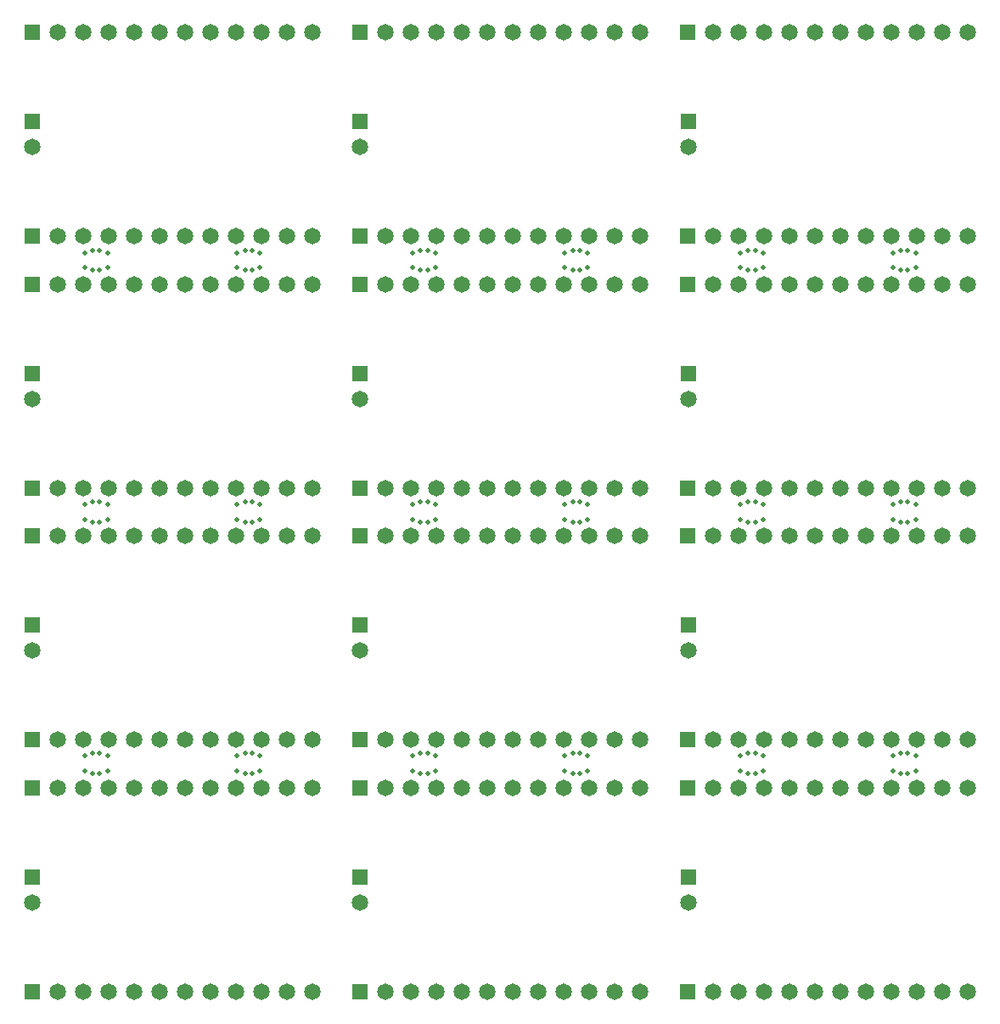
<source format=gbs>
G04 (created by PCBNEW (2013-04-03 BZR 4062)-testing) date Thu 04 Apr 2013 12:57:26 AM CEST*
%MOIN*%
G04 Gerber Fmt 3.4, Leading zero omitted, Abs format*
%FSLAX34Y34*%
G01*
G70*
G90*
G04 APERTURE LIST*
%ADD10C,0.006*%
%ADD11R,0.0649606X0.0649606*%
%ADD12C,0.0649606*%
%ADD13C,0.019685*%
G04 APERTURE END LIST*
G54D10*
G54D11*
X26456Y-27137D03*
G54D12*
X26456Y-28137D03*
G54D11*
X26444Y-23637D03*
G54D12*
X27444Y-23637D03*
X28444Y-23637D03*
X29444Y-23637D03*
X30444Y-23637D03*
X31444Y-23637D03*
X32444Y-23637D03*
X33444Y-23637D03*
X34444Y-23637D03*
X35444Y-23637D03*
X36444Y-23637D03*
X37444Y-23637D03*
G54D11*
X26444Y-31637D03*
G54D12*
X27444Y-31637D03*
X28444Y-31637D03*
X29444Y-31637D03*
X30444Y-31637D03*
X31444Y-31637D03*
X32444Y-31637D03*
X33444Y-31637D03*
X34444Y-31637D03*
X35444Y-31637D03*
X36444Y-31637D03*
X37444Y-31637D03*
G54D11*
X26444Y-41519D03*
G54D12*
X27444Y-41519D03*
X28444Y-41519D03*
X29444Y-41519D03*
X30444Y-41519D03*
X31444Y-41519D03*
X32444Y-41519D03*
X33444Y-41519D03*
X34444Y-41519D03*
X35444Y-41519D03*
X36444Y-41519D03*
X37444Y-41519D03*
G54D11*
X26444Y-33519D03*
G54D12*
X27444Y-33519D03*
X28444Y-33519D03*
X29444Y-33519D03*
X30444Y-33519D03*
X31444Y-33519D03*
X32444Y-33519D03*
X33444Y-33519D03*
X34444Y-33519D03*
X35444Y-33519D03*
X36444Y-33519D03*
X37444Y-33519D03*
G54D11*
X26456Y-37019D03*
G54D12*
X26456Y-38019D03*
G54D11*
X26456Y-46901D03*
G54D12*
X26456Y-47901D03*
G54D11*
X26444Y-43401D03*
G54D12*
X27444Y-43401D03*
X28444Y-43401D03*
X29444Y-43401D03*
X30444Y-43401D03*
X31444Y-43401D03*
X32444Y-43401D03*
X33444Y-43401D03*
X34444Y-43401D03*
X35444Y-43401D03*
X36444Y-43401D03*
X37444Y-43401D03*
G54D11*
X26444Y-51401D03*
G54D12*
X27444Y-51401D03*
X28444Y-51401D03*
X29444Y-51401D03*
X30444Y-51401D03*
X31444Y-51401D03*
X32444Y-51401D03*
X33444Y-51401D03*
X34444Y-51401D03*
X35444Y-51401D03*
X36444Y-51401D03*
X37444Y-51401D03*
G54D11*
X26444Y-61283D03*
G54D12*
X27444Y-61283D03*
X28444Y-61283D03*
X29444Y-61283D03*
X30444Y-61283D03*
X31444Y-61283D03*
X32444Y-61283D03*
X33444Y-61283D03*
X34444Y-61283D03*
X35444Y-61283D03*
X36444Y-61283D03*
X37444Y-61283D03*
G54D11*
X26444Y-53283D03*
G54D12*
X27444Y-53283D03*
X28444Y-53283D03*
X29444Y-53283D03*
X30444Y-53283D03*
X31444Y-53283D03*
X32444Y-53283D03*
X33444Y-53283D03*
X34444Y-53283D03*
X35444Y-53283D03*
X36444Y-53283D03*
X37444Y-53283D03*
G54D11*
X26456Y-56783D03*
G54D12*
X26456Y-57783D03*
G54D13*
X29094Y-51948D03*
X28503Y-52637D03*
X29409Y-52637D03*
X28503Y-52047D03*
X28818Y-51948D03*
X29409Y-52047D03*
X28818Y-52736D03*
X29094Y-52736D03*
X35078Y-51948D03*
X34488Y-52637D03*
X35393Y-52637D03*
X34488Y-52047D03*
X34803Y-51948D03*
X35393Y-52047D03*
X34803Y-52736D03*
X35078Y-52736D03*
X35078Y-32185D03*
X34488Y-32874D03*
X35393Y-32874D03*
X34488Y-32283D03*
X34803Y-32185D03*
X35393Y-32283D03*
X34803Y-32972D03*
X35078Y-32972D03*
X29094Y-32185D03*
X28503Y-32874D03*
X29409Y-32874D03*
X28503Y-32283D03*
X28818Y-32185D03*
X29409Y-32283D03*
X28818Y-32972D03*
X29094Y-32972D03*
X29094Y-42066D03*
X28503Y-42755D03*
X29409Y-42755D03*
X28503Y-42165D03*
X28818Y-42066D03*
X29409Y-42165D03*
X28818Y-42854D03*
X29094Y-42854D03*
X35078Y-42066D03*
X34488Y-42755D03*
X35393Y-42755D03*
X34488Y-42165D03*
X34803Y-42066D03*
X35393Y-42165D03*
X34803Y-42854D03*
X35078Y-42854D03*
X47952Y-42066D03*
X47362Y-42755D03*
X48267Y-42755D03*
X47362Y-42165D03*
X47677Y-42066D03*
X48267Y-42165D03*
X47677Y-42854D03*
X47952Y-42854D03*
X41968Y-42066D03*
X41377Y-42755D03*
X42283Y-42755D03*
X41377Y-42165D03*
X41692Y-42066D03*
X42283Y-42165D03*
X41692Y-42854D03*
X41968Y-42854D03*
X41968Y-32185D03*
X41377Y-32874D03*
X42283Y-32874D03*
X41377Y-32283D03*
X41692Y-32185D03*
X42283Y-32283D03*
X41692Y-32972D03*
X41968Y-32972D03*
X47952Y-32185D03*
X47362Y-32874D03*
X48267Y-32874D03*
X47362Y-32283D03*
X47677Y-32185D03*
X48267Y-32283D03*
X47677Y-32972D03*
X47952Y-32972D03*
X47952Y-51948D03*
X47362Y-52637D03*
X48267Y-52637D03*
X47362Y-52047D03*
X47677Y-51948D03*
X48267Y-52047D03*
X47677Y-52736D03*
X47952Y-52736D03*
X41968Y-51948D03*
X41377Y-52637D03*
X42283Y-52637D03*
X41377Y-52047D03*
X41692Y-51948D03*
X42283Y-52047D03*
X41692Y-52736D03*
X41968Y-52736D03*
G54D11*
X39330Y-56783D03*
G54D12*
X39330Y-57783D03*
G54D11*
X39318Y-53283D03*
G54D12*
X40318Y-53283D03*
X41318Y-53283D03*
X42318Y-53283D03*
X43318Y-53283D03*
X44318Y-53283D03*
X45318Y-53283D03*
X46318Y-53283D03*
X47318Y-53283D03*
X48318Y-53283D03*
X49318Y-53283D03*
X50318Y-53283D03*
G54D11*
X39318Y-61283D03*
G54D12*
X40318Y-61283D03*
X41318Y-61283D03*
X42318Y-61283D03*
X43318Y-61283D03*
X44318Y-61283D03*
X45318Y-61283D03*
X46318Y-61283D03*
X47318Y-61283D03*
X48318Y-61283D03*
X49318Y-61283D03*
X50318Y-61283D03*
G54D11*
X39318Y-51401D03*
G54D12*
X40318Y-51401D03*
X41318Y-51401D03*
X42318Y-51401D03*
X43318Y-51401D03*
X44318Y-51401D03*
X45318Y-51401D03*
X46318Y-51401D03*
X47318Y-51401D03*
X48318Y-51401D03*
X49318Y-51401D03*
X50318Y-51401D03*
G54D11*
X39318Y-43401D03*
G54D12*
X40318Y-43401D03*
X41318Y-43401D03*
X42318Y-43401D03*
X43318Y-43401D03*
X44318Y-43401D03*
X45318Y-43401D03*
X46318Y-43401D03*
X47318Y-43401D03*
X48318Y-43401D03*
X49318Y-43401D03*
X50318Y-43401D03*
G54D11*
X39330Y-46901D03*
G54D12*
X39330Y-47901D03*
G54D11*
X39330Y-37019D03*
G54D12*
X39330Y-38019D03*
G54D11*
X39318Y-33519D03*
G54D12*
X40318Y-33519D03*
X41318Y-33519D03*
X42318Y-33519D03*
X43318Y-33519D03*
X44318Y-33519D03*
X45318Y-33519D03*
X46318Y-33519D03*
X47318Y-33519D03*
X48318Y-33519D03*
X49318Y-33519D03*
X50318Y-33519D03*
G54D11*
X39318Y-41519D03*
G54D12*
X40318Y-41519D03*
X41318Y-41519D03*
X42318Y-41519D03*
X43318Y-41519D03*
X44318Y-41519D03*
X45318Y-41519D03*
X46318Y-41519D03*
X47318Y-41519D03*
X48318Y-41519D03*
X49318Y-41519D03*
X50318Y-41519D03*
G54D11*
X39318Y-31637D03*
G54D12*
X40318Y-31637D03*
X41318Y-31637D03*
X42318Y-31637D03*
X43318Y-31637D03*
X44318Y-31637D03*
X45318Y-31637D03*
X46318Y-31637D03*
X47318Y-31637D03*
X48318Y-31637D03*
X49318Y-31637D03*
X50318Y-31637D03*
G54D11*
X39318Y-23637D03*
G54D12*
X40318Y-23637D03*
X41318Y-23637D03*
X42318Y-23637D03*
X43318Y-23637D03*
X44318Y-23637D03*
X45318Y-23637D03*
X46318Y-23637D03*
X47318Y-23637D03*
X48318Y-23637D03*
X49318Y-23637D03*
X50318Y-23637D03*
G54D11*
X39330Y-27137D03*
G54D12*
X39330Y-28137D03*
G54D11*
X52204Y-27137D03*
G54D12*
X52204Y-28137D03*
G54D11*
X52192Y-23637D03*
G54D12*
X53192Y-23637D03*
X54192Y-23637D03*
X55192Y-23637D03*
X56192Y-23637D03*
X57192Y-23637D03*
X58192Y-23637D03*
X59192Y-23637D03*
X60192Y-23637D03*
X61192Y-23637D03*
X62192Y-23637D03*
X63192Y-23637D03*
G54D11*
X52192Y-31637D03*
G54D12*
X53192Y-31637D03*
X54192Y-31637D03*
X55192Y-31637D03*
X56192Y-31637D03*
X57192Y-31637D03*
X58192Y-31637D03*
X59192Y-31637D03*
X60192Y-31637D03*
X61192Y-31637D03*
X62192Y-31637D03*
X63192Y-31637D03*
G54D11*
X52192Y-41519D03*
G54D12*
X53192Y-41519D03*
X54192Y-41519D03*
X55192Y-41519D03*
X56192Y-41519D03*
X57192Y-41519D03*
X58192Y-41519D03*
X59192Y-41519D03*
X60192Y-41519D03*
X61192Y-41519D03*
X62192Y-41519D03*
X63192Y-41519D03*
G54D11*
X52192Y-33519D03*
G54D12*
X53192Y-33519D03*
X54192Y-33519D03*
X55192Y-33519D03*
X56192Y-33519D03*
X57192Y-33519D03*
X58192Y-33519D03*
X59192Y-33519D03*
X60192Y-33519D03*
X61192Y-33519D03*
X62192Y-33519D03*
X63192Y-33519D03*
G54D11*
X52204Y-37019D03*
G54D12*
X52204Y-38019D03*
G54D11*
X52204Y-46901D03*
G54D12*
X52204Y-47901D03*
G54D11*
X52192Y-43401D03*
G54D12*
X53192Y-43401D03*
X54192Y-43401D03*
X55192Y-43401D03*
X56192Y-43401D03*
X57192Y-43401D03*
X58192Y-43401D03*
X59192Y-43401D03*
X60192Y-43401D03*
X61192Y-43401D03*
X62192Y-43401D03*
X63192Y-43401D03*
G54D11*
X52192Y-51401D03*
G54D12*
X53192Y-51401D03*
X54192Y-51401D03*
X55192Y-51401D03*
X56192Y-51401D03*
X57192Y-51401D03*
X58192Y-51401D03*
X59192Y-51401D03*
X60192Y-51401D03*
X61192Y-51401D03*
X62192Y-51401D03*
X63192Y-51401D03*
G54D11*
X52192Y-61283D03*
G54D12*
X53192Y-61283D03*
X54192Y-61283D03*
X55192Y-61283D03*
X56192Y-61283D03*
X57192Y-61283D03*
X58192Y-61283D03*
X59192Y-61283D03*
X60192Y-61283D03*
X61192Y-61283D03*
X62192Y-61283D03*
X63192Y-61283D03*
G54D11*
X52192Y-53283D03*
G54D12*
X53192Y-53283D03*
X54192Y-53283D03*
X55192Y-53283D03*
X56192Y-53283D03*
X57192Y-53283D03*
X58192Y-53283D03*
X59192Y-53283D03*
X60192Y-53283D03*
X61192Y-53283D03*
X62192Y-53283D03*
X63192Y-53283D03*
G54D11*
X52204Y-56783D03*
G54D12*
X52204Y-57783D03*
G54D13*
X54842Y-51948D03*
X54251Y-52637D03*
X55157Y-52637D03*
X54251Y-52047D03*
X54566Y-51948D03*
X55157Y-52047D03*
X54566Y-52736D03*
X54842Y-52736D03*
X60826Y-51948D03*
X60236Y-52637D03*
X61141Y-52637D03*
X60236Y-52047D03*
X60551Y-51948D03*
X61141Y-52047D03*
X60551Y-52736D03*
X60826Y-52736D03*
X60826Y-32185D03*
X60236Y-32874D03*
X61141Y-32874D03*
X60236Y-32283D03*
X60551Y-32185D03*
X61141Y-32283D03*
X60551Y-32972D03*
X60826Y-32972D03*
X54842Y-32185D03*
X54251Y-32874D03*
X55157Y-32874D03*
X54251Y-32283D03*
X54566Y-32185D03*
X55157Y-32283D03*
X54566Y-32972D03*
X54842Y-32972D03*
X54842Y-42066D03*
X54251Y-42755D03*
X55157Y-42755D03*
X54251Y-42165D03*
X54566Y-42066D03*
X55157Y-42165D03*
X54566Y-42854D03*
X54842Y-42854D03*
X60826Y-42066D03*
X60236Y-42755D03*
X61141Y-42755D03*
X60236Y-42165D03*
X60551Y-42066D03*
X61141Y-42165D03*
X60551Y-42854D03*
X60826Y-42854D03*
M02*

</source>
